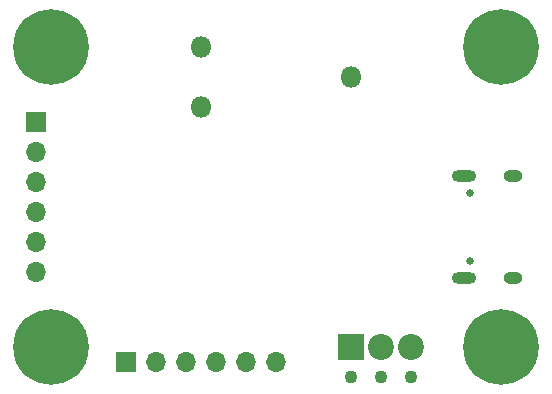
<source format=gbr>
%TF.GenerationSoftware,KiCad,Pcbnew,(6.0.5)*%
%TF.CreationDate,2022-06-21T13:53:18+02:00*%
%TF.ProjectId,usb-c_demo1,7573622d-635f-4646-956d-6f312e6b6963,rev?*%
%TF.SameCoordinates,Original*%
%TF.FileFunction,Soldermask,Bot*%
%TF.FilePolarity,Negative*%
%FSLAX46Y46*%
G04 Gerber Fmt 4.6, Leading zero omitted, Abs format (unit mm)*
G04 Created by KiCad (PCBNEW (6.0.5)) date 2022-06-21 13:53:18*
%MOMM*%
%LPD*%
G01*
G04 APERTURE LIST*
%ADD10C,0.650000*%
%ADD11O,1.600000X1.000000*%
%ADD12O,2.100000X1.000000*%
%ADD13R,1.700000X1.700000*%
%ADD14O,1.700000X1.700000*%
%ADD15O,1.800000X1.800000*%
%ADD16C,1.100000*%
%ADD17R,2.200000X2.200000*%
%ADD18C,2.200000*%
%ADD19C,6.400000*%
%ADD20C,0.800000*%
G04 APERTURE END LIST*
D10*
%TO.C,J1*%
X65980000Y-60610000D03*
X65980000Y-66390000D03*
D11*
X69630000Y-67820000D03*
D12*
X65450000Y-59180000D03*
D11*
X69630000Y-59180000D03*
D12*
X65450000Y-67820000D03*
%TD*%
D13*
%TO.C,J4*%
X36830000Y-74930000D03*
D14*
X39370000Y-74930000D03*
X41910000Y-74930000D03*
X44450000Y-74930000D03*
X46990000Y-74930000D03*
X49530000Y-74930000D03*
%TD*%
D15*
%TO.C,J2*%
X55880000Y-50800000D03*
X43180000Y-53340000D03*
X43180000Y-48260000D03*
%TD*%
D13*
%TO.C,J5*%
X29210000Y-54610000D03*
D14*
X29210000Y-57150000D03*
X29210000Y-59690000D03*
X29210000Y-62230000D03*
X29210000Y-64770000D03*
X29210000Y-67310000D03*
%TD*%
D16*
%TO.C,J3*%
X60960000Y-76200000D03*
X58420000Y-76200000D03*
X55880000Y-76200000D03*
D17*
X55880000Y-73660000D03*
D18*
X58420000Y-73660000D03*
X60960000Y-73660000D03*
%TD*%
D19*
%TO.C,H3*%
X30480000Y-48260000D03*
D20*
X30480000Y-45860000D03*
X28080000Y-48260000D03*
X28782944Y-49957056D03*
X32177056Y-49957056D03*
X30480000Y-50660000D03*
X28782944Y-46562944D03*
X32177056Y-46562944D03*
X32880000Y-48260000D03*
%TD*%
D19*
%TO.C,H1*%
X68580000Y-48260000D03*
D20*
X68580000Y-50660000D03*
X70980000Y-48260000D03*
X70277056Y-46562944D03*
X70277056Y-49957056D03*
X66180000Y-48260000D03*
X68580000Y-45860000D03*
X66882944Y-49957056D03*
X66882944Y-46562944D03*
%TD*%
%TO.C,H2*%
X28080000Y-73660000D03*
X32177056Y-71962944D03*
X28782944Y-71962944D03*
X32177056Y-75357056D03*
X30480000Y-76060000D03*
X28782944Y-75357056D03*
X32880000Y-73660000D03*
D19*
X30480000Y-73660000D03*
D20*
X30480000Y-71260000D03*
%TD*%
%TO.C,H4*%
X66882944Y-75357056D03*
X70277056Y-75357056D03*
X68580000Y-71260000D03*
X66882944Y-71962944D03*
X70277056Y-71962944D03*
D19*
X68580000Y-73660000D03*
D20*
X66180000Y-73660000D03*
X68580000Y-76060000D03*
X70980000Y-73660000D03*
%TD*%
M02*

</source>
